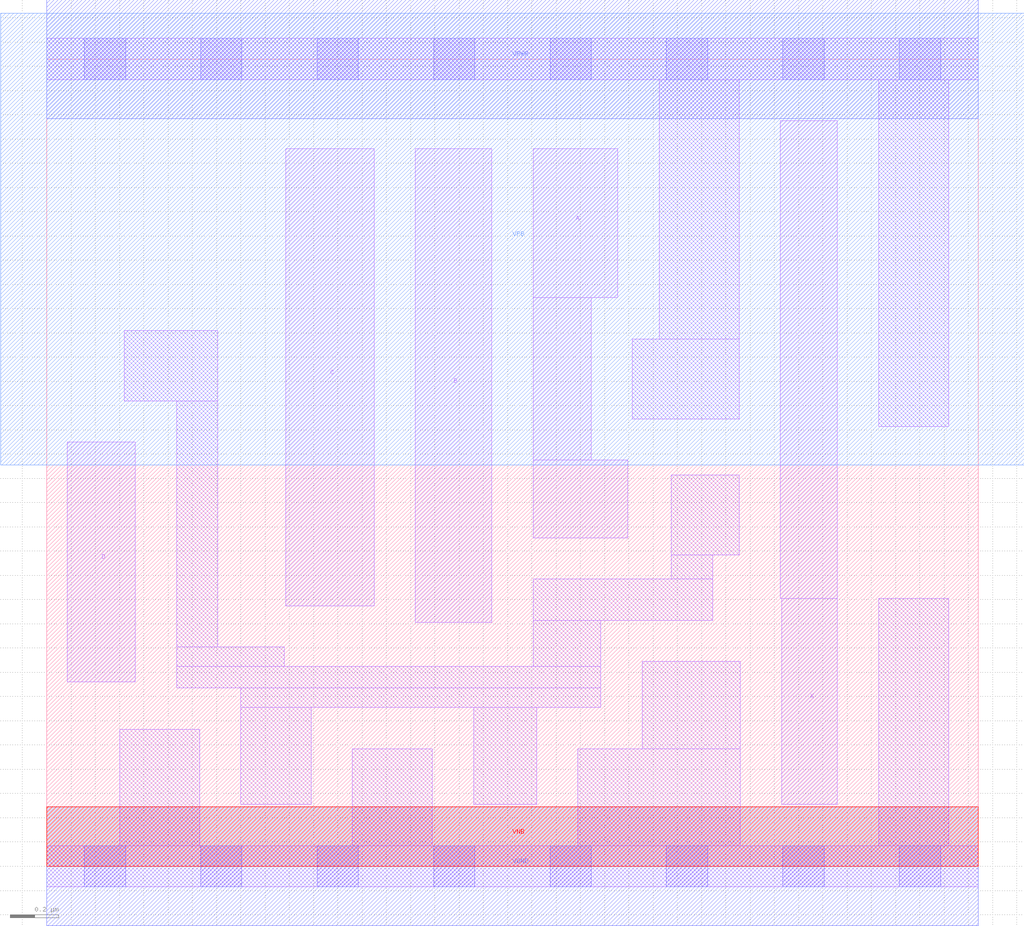
<source format=lef>
# Copyright 2020 The SkyWater PDK Authors
#
# Licensed under the Apache License, Version 2.0 (the "License");
# you may not use this file except in compliance with the License.
# You may obtain a copy of the License at
#
#     https://www.apache.org/licenses/LICENSE-2.0
#
# Unless required by applicable law or agreed to in writing, software
# distributed under the License is distributed on an "AS IS" BASIS,
# WITHOUT WARRANTIES OR CONDITIONS OF ANY KIND, either express or implied.
# See the License for the specific language governing permissions and
# limitations under the License.
#
# SPDX-License-Identifier: Apache-2.0

VERSION 5.7 ;
  NOWIREEXTENSIONATPIN ON ;
  DIVIDERCHAR "/" ;
  BUSBITCHARS "[]" ;
MACRO sky130_fd_sc_lp__or4_2
  CLASS CORE ;
  FOREIGN sky130_fd_sc_lp__or4_2 ;
  ORIGIN  0.000000  0.000000 ;
  SIZE  3.840000 BY  3.330000 ;
  SYMMETRY X Y R90 ;
  SITE unit ;
  PIN A
    ANTENNAGATEAREA  0.126000 ;
    DIRECTION INPUT ;
    USE SIGNAL ;
    PORT
      LAYER li1 ;
        RECT 2.005000 1.355000 2.395000 1.675000 ;
        RECT 2.005000 1.675000 2.245000 2.345000 ;
        RECT 2.005000 2.345000 2.355000 2.960000 ;
    END
  END A
  PIN B
    ANTENNAGATEAREA  0.126000 ;
    DIRECTION INPUT ;
    USE SIGNAL ;
    PORT
      LAYER li1 ;
        RECT 1.520000 1.005000 1.835000 2.960000 ;
    END
  END B
  PIN C
    ANTENNAGATEAREA  0.126000 ;
    DIRECTION INPUT ;
    USE SIGNAL ;
    PORT
      LAYER li1 ;
        RECT 0.985000 1.075000 1.350000 2.960000 ;
    END
  END C
  PIN D
    ANTENNAGATEAREA  0.126000 ;
    DIRECTION INPUT ;
    USE SIGNAL ;
    PORT
      LAYER li1 ;
        RECT 0.085000 0.760000 0.365000 1.750000 ;
    END
  END D
  PIN X
    ANTENNADIFFAREA  0.594300 ;
    DIRECTION OUTPUT ;
    USE SIGNAL ;
    PORT
      LAYER li1 ;
        RECT 3.025000 1.105000 3.260000 3.075000 ;
        RECT 3.030000 0.255000 3.260000 1.105000 ;
    END
  END X
  PIN VGND
    DIRECTION INOUT ;
    USE GROUND ;
    PORT
      LAYER met1 ;
        RECT 0.000000 -0.245000 3.840000 0.245000 ;
    END
  END VGND
  PIN VNB
    DIRECTION INOUT ;
    USE GROUND ;
    PORT
      LAYER pwell ;
        RECT 0.000000 0.000000 3.840000 0.245000 ;
    END
  END VNB
  PIN VPB
    DIRECTION INOUT ;
    USE POWER ;
    PORT
      LAYER nwell ;
        RECT -0.190000 1.655000 4.030000 3.520000 ;
    END
  END VPB
  PIN VPWR
    DIRECTION INOUT ;
    USE POWER ;
    PORT
      LAYER met1 ;
        RECT 0.000000 3.085000 3.840000 3.575000 ;
    END
  END VPWR
  OBS
    LAYER li1 ;
      RECT 0.000000 -0.085000 3.840000 0.085000 ;
      RECT 0.000000  3.245000 3.840000 3.415000 ;
      RECT 0.300000  0.085000 0.630000 0.565000 ;
      RECT 0.320000  1.920000 0.705000 2.210000 ;
      RECT 0.535000  0.735000 2.285000 0.825000 ;
      RECT 0.535000  0.825000 0.980000 0.905000 ;
      RECT 0.535000  0.905000 0.705000 1.920000 ;
      RECT 0.800000  0.255000 1.090000 0.655000 ;
      RECT 0.800000  0.655000 2.285000 0.735000 ;
      RECT 1.260000  0.085000 1.590000 0.485000 ;
      RECT 1.760000  0.255000 2.020000 0.655000 ;
      RECT 2.005000  0.825000 2.285000 1.015000 ;
      RECT 2.005000  1.015000 2.745000 1.185000 ;
      RECT 2.190000  0.085000 2.860000 0.485000 ;
      RECT 2.415000  1.845000 2.855000 2.175000 ;
      RECT 2.455000  0.485000 2.860000 0.845000 ;
      RECT 2.525000  2.175000 2.855000 3.245000 ;
      RECT 2.575000  1.185000 2.745000 1.285000 ;
      RECT 2.575000  1.285000 2.855000 1.615000 ;
      RECT 3.430000  0.085000 3.720000 1.105000 ;
      RECT 3.430000  1.815000 3.720000 3.245000 ;
    LAYER mcon ;
      RECT 0.155000 -0.085000 0.325000 0.085000 ;
      RECT 0.155000  3.245000 0.325000 3.415000 ;
      RECT 0.635000 -0.085000 0.805000 0.085000 ;
      RECT 0.635000  3.245000 0.805000 3.415000 ;
      RECT 1.115000 -0.085000 1.285000 0.085000 ;
      RECT 1.115000  3.245000 1.285000 3.415000 ;
      RECT 1.595000 -0.085000 1.765000 0.085000 ;
      RECT 1.595000  3.245000 1.765000 3.415000 ;
      RECT 2.075000 -0.085000 2.245000 0.085000 ;
      RECT 2.075000  3.245000 2.245000 3.415000 ;
      RECT 2.555000 -0.085000 2.725000 0.085000 ;
      RECT 2.555000  3.245000 2.725000 3.415000 ;
      RECT 3.035000 -0.085000 3.205000 0.085000 ;
      RECT 3.035000  3.245000 3.205000 3.415000 ;
      RECT 3.515000 -0.085000 3.685000 0.085000 ;
      RECT 3.515000  3.245000 3.685000 3.415000 ;
  END
END sky130_fd_sc_lp__or4_2
END LIBRARY

</source>
